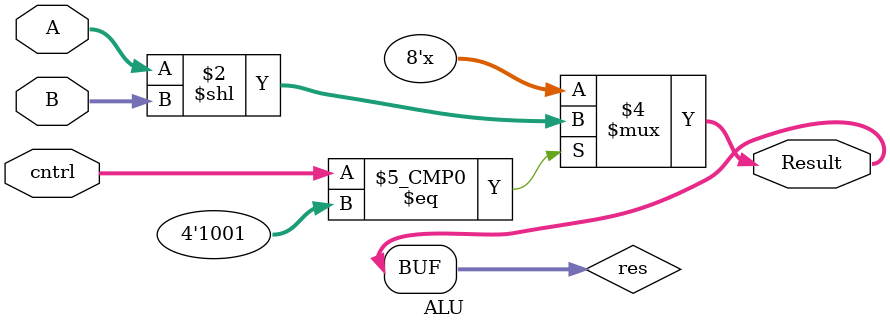
<source format=v>
module ALU(
input wire [7:0] A, B,
input wire [3:0] cntrl,
output wire [7:0] Result
    );
    reg [7:0] res;
    always @(*) begin
        case(cntrl)
        4'b1001: res = A << B; //SLL
        default: res = 8'bx;	//using the ALU that was used in class
        endcase 
        end
    assign Result = res;   
endmodule
</source>
